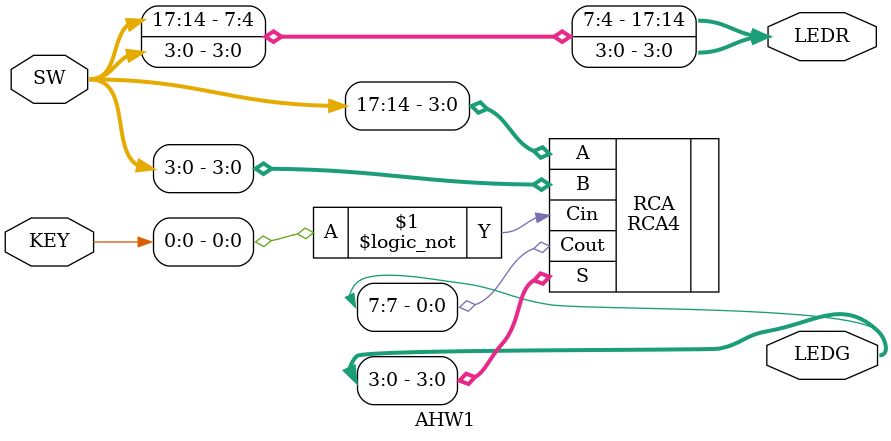
<source format=sv>
module AHW1(
  input		[17:0] SW,		// 18 slide switches on board
  input		[3:0] KEY,		// hooked to the 4 push buttons
  output 	[17:0] LEDR,	// 18 red LEDs
  output	[7:0] LEDG		// 8 green LEDs
);

  ///////////////////////////////////////////////////////////////////
  // Instantiate your RCA4 block and make appropriate connections //
  /////////////////////////////////////////////////////////////////

	RCA4 RCA(.A(SW[17:14]), .B(SW[3:0]), .Cin(!KEY[0]), .S(LEDG[3:0]), .Cout(LEDG[7]));

  ////////////////////////////////////////////////////////////////////
  // Need a couple of assign statements below to have LEDR[17:14]  //
  // represent SW[17:14] and LEDR[3:0] represent SW[3:0].         //
  /////////////////////////////////////////////////////////////////
	assign LEDR[17:14] = SW[17:14];
	assign LEDR[3:0] = SW[3:0];

  
endmodule

</source>
